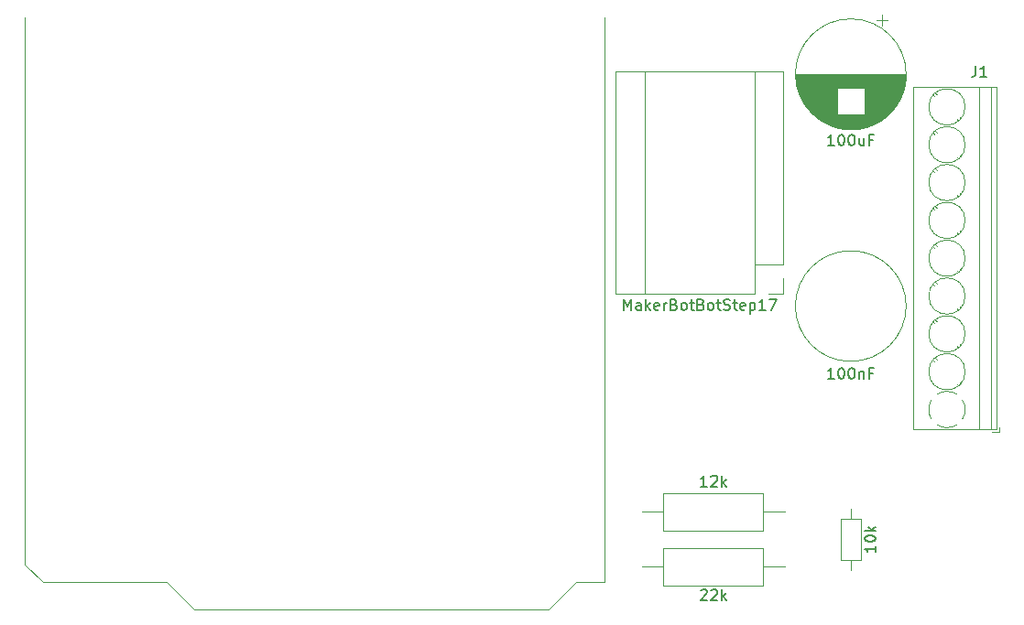
<source format=gto>
G04 #@! TF.GenerationSoftware,KiCad,Pcbnew,(7.0.0)*
G04 #@! TF.CreationDate,2023-03-04T18:09:34-06:00*
G04 #@! TF.ProjectId,417 Schematic,34313720-5363-4686-956d-617469632e6b,rev?*
G04 #@! TF.SameCoordinates,Original*
G04 #@! TF.FileFunction,Legend,Top*
G04 #@! TF.FilePolarity,Positive*
%FSLAX46Y46*%
G04 Gerber Fmt 4.6, Leading zero omitted, Abs format (unit mm)*
G04 Created by KiCad (PCBNEW (7.0.0)) date 2023-03-04 18:09:34*
%MOMM*%
%LPD*%
G01*
G04 APERTURE LIST*
%ADD10C,0.150000*%
%ADD11C,0.120000*%
%ADD12R,1.600000X1.600000*%
%ADD13O,1.600000X1.600000*%
%ADD14C,3.200000*%
%ADD15C,1.600000*%
%ADD16O,1.400000X1.400000*%
%ADD17C,1.400000*%
%ADD18C,2.400000*%
%ADD19R,2.400000X2.400000*%
%ADD20C,2.000000*%
%ADD21R,2.000000X2.000000*%
G04 APERTURE END LIST*
D10*
X157583333Y-99972619D02*
X157630952Y-99925000D01*
X157630952Y-99925000D02*
X157726190Y-99877380D01*
X157726190Y-99877380D02*
X157964285Y-99877380D01*
X157964285Y-99877380D02*
X158059523Y-99925000D01*
X158059523Y-99925000D02*
X158107142Y-99972619D01*
X158107142Y-99972619D02*
X158154761Y-100067857D01*
X158154761Y-100067857D02*
X158154761Y-100163095D01*
X158154761Y-100163095D02*
X158107142Y-100305952D01*
X158107142Y-100305952D02*
X157535714Y-100877380D01*
X157535714Y-100877380D02*
X158154761Y-100877380D01*
X158535714Y-99972619D02*
X158583333Y-99925000D01*
X158583333Y-99925000D02*
X158678571Y-99877380D01*
X158678571Y-99877380D02*
X158916666Y-99877380D01*
X158916666Y-99877380D02*
X159011904Y-99925000D01*
X159011904Y-99925000D02*
X159059523Y-99972619D01*
X159059523Y-99972619D02*
X159107142Y-100067857D01*
X159107142Y-100067857D02*
X159107142Y-100163095D01*
X159107142Y-100163095D02*
X159059523Y-100305952D01*
X159059523Y-100305952D02*
X158488095Y-100877380D01*
X158488095Y-100877380D02*
X159107142Y-100877380D01*
X159535714Y-100877380D02*
X159535714Y-99877380D01*
X159630952Y-100496428D02*
X159916666Y-100877380D01*
X159916666Y-100210714D02*
X159535714Y-100591666D01*
X158154761Y-90357380D02*
X157583333Y-90357380D01*
X157869047Y-90357380D02*
X157869047Y-89357380D01*
X157869047Y-89357380D02*
X157773809Y-89500238D01*
X157773809Y-89500238D02*
X157678571Y-89595476D01*
X157678571Y-89595476D02*
X157583333Y-89643095D01*
X158535714Y-89452619D02*
X158583333Y-89405000D01*
X158583333Y-89405000D02*
X158678571Y-89357380D01*
X158678571Y-89357380D02*
X158916666Y-89357380D01*
X158916666Y-89357380D02*
X159011904Y-89405000D01*
X159011904Y-89405000D02*
X159059523Y-89452619D01*
X159059523Y-89452619D02*
X159107142Y-89547857D01*
X159107142Y-89547857D02*
X159107142Y-89643095D01*
X159107142Y-89643095D02*
X159059523Y-89785952D01*
X159059523Y-89785952D02*
X158488095Y-90357380D01*
X158488095Y-90357380D02*
X159107142Y-90357380D01*
X159535714Y-90357380D02*
X159535714Y-89357380D01*
X159630952Y-89976428D02*
X159916666Y-90357380D01*
X159916666Y-89690714D02*
X159535714Y-90071666D01*
X173737380Y-95845238D02*
X173737380Y-96416666D01*
X173737380Y-96130952D02*
X172737380Y-96130952D01*
X172737380Y-96130952D02*
X172880238Y-96226190D01*
X172880238Y-96226190D02*
X172975476Y-96321428D01*
X172975476Y-96321428D02*
X173023095Y-96416666D01*
X172737380Y-95226190D02*
X172737380Y-95130952D01*
X172737380Y-95130952D02*
X172785000Y-95035714D01*
X172785000Y-95035714D02*
X172832619Y-94988095D01*
X172832619Y-94988095D02*
X172927857Y-94940476D01*
X172927857Y-94940476D02*
X173118333Y-94892857D01*
X173118333Y-94892857D02*
X173356428Y-94892857D01*
X173356428Y-94892857D02*
X173546904Y-94940476D01*
X173546904Y-94940476D02*
X173642142Y-94988095D01*
X173642142Y-94988095D02*
X173689761Y-95035714D01*
X173689761Y-95035714D02*
X173737380Y-95130952D01*
X173737380Y-95130952D02*
X173737380Y-95226190D01*
X173737380Y-95226190D02*
X173689761Y-95321428D01*
X173689761Y-95321428D02*
X173642142Y-95369047D01*
X173642142Y-95369047D02*
X173546904Y-95416666D01*
X173546904Y-95416666D02*
X173356428Y-95464285D01*
X173356428Y-95464285D02*
X173118333Y-95464285D01*
X173118333Y-95464285D02*
X172927857Y-95416666D01*
X172927857Y-95416666D02*
X172832619Y-95369047D01*
X172832619Y-95369047D02*
X172785000Y-95321428D01*
X172785000Y-95321428D02*
X172737380Y-95226190D01*
X173737380Y-94464285D02*
X172737380Y-94464285D01*
X173356428Y-94369047D02*
X173737380Y-94083333D01*
X173070714Y-94083333D02*
X173451666Y-94464285D01*
X150469999Y-74027380D02*
X150469999Y-73027380D01*
X150469999Y-73027380D02*
X150803332Y-73741666D01*
X150803332Y-73741666D02*
X151136665Y-73027380D01*
X151136665Y-73027380D02*
X151136665Y-74027380D01*
X152041427Y-74027380D02*
X152041427Y-73503571D01*
X152041427Y-73503571D02*
X151993808Y-73408333D01*
X151993808Y-73408333D02*
X151898570Y-73360714D01*
X151898570Y-73360714D02*
X151708094Y-73360714D01*
X151708094Y-73360714D02*
X151612856Y-73408333D01*
X152041427Y-73979761D02*
X151946189Y-74027380D01*
X151946189Y-74027380D02*
X151708094Y-74027380D01*
X151708094Y-74027380D02*
X151612856Y-73979761D01*
X151612856Y-73979761D02*
X151565237Y-73884523D01*
X151565237Y-73884523D02*
X151565237Y-73789285D01*
X151565237Y-73789285D02*
X151612856Y-73694047D01*
X151612856Y-73694047D02*
X151708094Y-73646428D01*
X151708094Y-73646428D02*
X151946189Y-73646428D01*
X151946189Y-73646428D02*
X152041427Y-73598809D01*
X152517618Y-74027380D02*
X152517618Y-73027380D01*
X152612856Y-73646428D02*
X152898570Y-74027380D01*
X152898570Y-73360714D02*
X152517618Y-73741666D01*
X153708094Y-73979761D02*
X153612856Y-74027380D01*
X153612856Y-74027380D02*
X153422380Y-74027380D01*
X153422380Y-74027380D02*
X153327142Y-73979761D01*
X153327142Y-73979761D02*
X153279523Y-73884523D01*
X153279523Y-73884523D02*
X153279523Y-73503571D01*
X153279523Y-73503571D02*
X153327142Y-73408333D01*
X153327142Y-73408333D02*
X153422380Y-73360714D01*
X153422380Y-73360714D02*
X153612856Y-73360714D01*
X153612856Y-73360714D02*
X153708094Y-73408333D01*
X153708094Y-73408333D02*
X153755713Y-73503571D01*
X153755713Y-73503571D02*
X153755713Y-73598809D01*
X153755713Y-73598809D02*
X153279523Y-73694047D01*
X154184285Y-74027380D02*
X154184285Y-73360714D01*
X154184285Y-73551190D02*
X154231904Y-73455952D01*
X154231904Y-73455952D02*
X154279523Y-73408333D01*
X154279523Y-73408333D02*
X154374761Y-73360714D01*
X154374761Y-73360714D02*
X154469999Y-73360714D01*
X155136666Y-73503571D02*
X155279523Y-73551190D01*
X155279523Y-73551190D02*
X155327142Y-73598809D01*
X155327142Y-73598809D02*
X155374761Y-73694047D01*
X155374761Y-73694047D02*
X155374761Y-73836904D01*
X155374761Y-73836904D02*
X155327142Y-73932142D01*
X155327142Y-73932142D02*
X155279523Y-73979761D01*
X155279523Y-73979761D02*
X155184285Y-74027380D01*
X155184285Y-74027380D02*
X154803333Y-74027380D01*
X154803333Y-74027380D02*
X154803333Y-73027380D01*
X154803333Y-73027380D02*
X155136666Y-73027380D01*
X155136666Y-73027380D02*
X155231904Y-73075000D01*
X155231904Y-73075000D02*
X155279523Y-73122619D01*
X155279523Y-73122619D02*
X155327142Y-73217857D01*
X155327142Y-73217857D02*
X155327142Y-73313095D01*
X155327142Y-73313095D02*
X155279523Y-73408333D01*
X155279523Y-73408333D02*
X155231904Y-73455952D01*
X155231904Y-73455952D02*
X155136666Y-73503571D01*
X155136666Y-73503571D02*
X154803333Y-73503571D01*
X155946190Y-74027380D02*
X155850952Y-73979761D01*
X155850952Y-73979761D02*
X155803333Y-73932142D01*
X155803333Y-73932142D02*
X155755714Y-73836904D01*
X155755714Y-73836904D02*
X155755714Y-73551190D01*
X155755714Y-73551190D02*
X155803333Y-73455952D01*
X155803333Y-73455952D02*
X155850952Y-73408333D01*
X155850952Y-73408333D02*
X155946190Y-73360714D01*
X155946190Y-73360714D02*
X156089047Y-73360714D01*
X156089047Y-73360714D02*
X156184285Y-73408333D01*
X156184285Y-73408333D02*
X156231904Y-73455952D01*
X156231904Y-73455952D02*
X156279523Y-73551190D01*
X156279523Y-73551190D02*
X156279523Y-73836904D01*
X156279523Y-73836904D02*
X156231904Y-73932142D01*
X156231904Y-73932142D02*
X156184285Y-73979761D01*
X156184285Y-73979761D02*
X156089047Y-74027380D01*
X156089047Y-74027380D02*
X155946190Y-74027380D01*
X156565238Y-73360714D02*
X156946190Y-73360714D01*
X156708095Y-73027380D02*
X156708095Y-73884523D01*
X156708095Y-73884523D02*
X156755714Y-73979761D01*
X156755714Y-73979761D02*
X156850952Y-74027380D01*
X156850952Y-74027380D02*
X156946190Y-74027380D01*
X157612857Y-73503571D02*
X157755714Y-73551190D01*
X157755714Y-73551190D02*
X157803333Y-73598809D01*
X157803333Y-73598809D02*
X157850952Y-73694047D01*
X157850952Y-73694047D02*
X157850952Y-73836904D01*
X157850952Y-73836904D02*
X157803333Y-73932142D01*
X157803333Y-73932142D02*
X157755714Y-73979761D01*
X157755714Y-73979761D02*
X157660476Y-74027380D01*
X157660476Y-74027380D02*
X157279524Y-74027380D01*
X157279524Y-74027380D02*
X157279524Y-73027380D01*
X157279524Y-73027380D02*
X157612857Y-73027380D01*
X157612857Y-73027380D02*
X157708095Y-73075000D01*
X157708095Y-73075000D02*
X157755714Y-73122619D01*
X157755714Y-73122619D02*
X157803333Y-73217857D01*
X157803333Y-73217857D02*
X157803333Y-73313095D01*
X157803333Y-73313095D02*
X157755714Y-73408333D01*
X157755714Y-73408333D02*
X157708095Y-73455952D01*
X157708095Y-73455952D02*
X157612857Y-73503571D01*
X157612857Y-73503571D02*
X157279524Y-73503571D01*
X158422381Y-74027380D02*
X158327143Y-73979761D01*
X158327143Y-73979761D02*
X158279524Y-73932142D01*
X158279524Y-73932142D02*
X158231905Y-73836904D01*
X158231905Y-73836904D02*
X158231905Y-73551190D01*
X158231905Y-73551190D02*
X158279524Y-73455952D01*
X158279524Y-73455952D02*
X158327143Y-73408333D01*
X158327143Y-73408333D02*
X158422381Y-73360714D01*
X158422381Y-73360714D02*
X158565238Y-73360714D01*
X158565238Y-73360714D02*
X158660476Y-73408333D01*
X158660476Y-73408333D02*
X158708095Y-73455952D01*
X158708095Y-73455952D02*
X158755714Y-73551190D01*
X158755714Y-73551190D02*
X158755714Y-73836904D01*
X158755714Y-73836904D02*
X158708095Y-73932142D01*
X158708095Y-73932142D02*
X158660476Y-73979761D01*
X158660476Y-73979761D02*
X158565238Y-74027380D01*
X158565238Y-74027380D02*
X158422381Y-74027380D01*
X159041429Y-73360714D02*
X159422381Y-73360714D01*
X159184286Y-73027380D02*
X159184286Y-73884523D01*
X159184286Y-73884523D02*
X159231905Y-73979761D01*
X159231905Y-73979761D02*
X159327143Y-74027380D01*
X159327143Y-74027380D02*
X159422381Y-74027380D01*
X159708096Y-73979761D02*
X159850953Y-74027380D01*
X159850953Y-74027380D02*
X160089048Y-74027380D01*
X160089048Y-74027380D02*
X160184286Y-73979761D01*
X160184286Y-73979761D02*
X160231905Y-73932142D01*
X160231905Y-73932142D02*
X160279524Y-73836904D01*
X160279524Y-73836904D02*
X160279524Y-73741666D01*
X160279524Y-73741666D02*
X160231905Y-73646428D01*
X160231905Y-73646428D02*
X160184286Y-73598809D01*
X160184286Y-73598809D02*
X160089048Y-73551190D01*
X160089048Y-73551190D02*
X159898572Y-73503571D01*
X159898572Y-73503571D02*
X159803334Y-73455952D01*
X159803334Y-73455952D02*
X159755715Y-73408333D01*
X159755715Y-73408333D02*
X159708096Y-73313095D01*
X159708096Y-73313095D02*
X159708096Y-73217857D01*
X159708096Y-73217857D02*
X159755715Y-73122619D01*
X159755715Y-73122619D02*
X159803334Y-73075000D01*
X159803334Y-73075000D02*
X159898572Y-73027380D01*
X159898572Y-73027380D02*
X160136667Y-73027380D01*
X160136667Y-73027380D02*
X160279524Y-73075000D01*
X160565239Y-73360714D02*
X160946191Y-73360714D01*
X160708096Y-73027380D02*
X160708096Y-73884523D01*
X160708096Y-73884523D02*
X160755715Y-73979761D01*
X160755715Y-73979761D02*
X160850953Y-74027380D01*
X160850953Y-74027380D02*
X160946191Y-74027380D01*
X161660477Y-73979761D02*
X161565239Y-74027380D01*
X161565239Y-74027380D02*
X161374763Y-74027380D01*
X161374763Y-74027380D02*
X161279525Y-73979761D01*
X161279525Y-73979761D02*
X161231906Y-73884523D01*
X161231906Y-73884523D02*
X161231906Y-73503571D01*
X161231906Y-73503571D02*
X161279525Y-73408333D01*
X161279525Y-73408333D02*
X161374763Y-73360714D01*
X161374763Y-73360714D02*
X161565239Y-73360714D01*
X161565239Y-73360714D02*
X161660477Y-73408333D01*
X161660477Y-73408333D02*
X161708096Y-73503571D01*
X161708096Y-73503571D02*
X161708096Y-73598809D01*
X161708096Y-73598809D02*
X161231906Y-73694047D01*
X162136668Y-73360714D02*
X162136668Y-74360714D01*
X162136668Y-73408333D02*
X162231906Y-73360714D01*
X162231906Y-73360714D02*
X162422382Y-73360714D01*
X162422382Y-73360714D02*
X162517620Y-73408333D01*
X162517620Y-73408333D02*
X162565239Y-73455952D01*
X162565239Y-73455952D02*
X162612858Y-73551190D01*
X162612858Y-73551190D02*
X162612858Y-73836904D01*
X162612858Y-73836904D02*
X162565239Y-73932142D01*
X162565239Y-73932142D02*
X162517620Y-73979761D01*
X162517620Y-73979761D02*
X162422382Y-74027380D01*
X162422382Y-74027380D02*
X162231906Y-74027380D01*
X162231906Y-74027380D02*
X162136668Y-73979761D01*
X163565239Y-74027380D02*
X162993811Y-74027380D01*
X163279525Y-74027380D02*
X163279525Y-73027380D01*
X163279525Y-73027380D02*
X163184287Y-73170238D01*
X163184287Y-73170238D02*
X163089049Y-73265476D01*
X163089049Y-73265476D02*
X162993811Y-73313095D01*
X163898573Y-73027380D02*
X164565239Y-73027380D01*
X164565239Y-73027380D02*
X164136668Y-74027380D01*
X183006666Y-51437380D02*
X183006666Y-52151666D01*
X183006666Y-52151666D02*
X182959047Y-52294523D01*
X182959047Y-52294523D02*
X182863809Y-52389761D01*
X182863809Y-52389761D02*
X182720952Y-52437380D01*
X182720952Y-52437380D02*
X182625714Y-52437380D01*
X184006666Y-52437380D02*
X183435238Y-52437380D01*
X183720952Y-52437380D02*
X183720952Y-51437380D01*
X183720952Y-51437380D02*
X183625714Y-51580238D01*
X183625714Y-51580238D02*
X183530476Y-51675476D01*
X183530476Y-51675476D02*
X183435238Y-51723095D01*
X169902380Y-58787357D02*
X169330952Y-58787357D01*
X169616666Y-58787357D02*
X169616666Y-57787357D01*
X169616666Y-57787357D02*
X169521428Y-57930215D01*
X169521428Y-57930215D02*
X169426190Y-58025453D01*
X169426190Y-58025453D02*
X169330952Y-58073072D01*
X170521428Y-57787357D02*
X170616666Y-57787357D01*
X170616666Y-57787357D02*
X170711904Y-57834977D01*
X170711904Y-57834977D02*
X170759523Y-57882596D01*
X170759523Y-57882596D02*
X170807142Y-57977834D01*
X170807142Y-57977834D02*
X170854761Y-58168310D01*
X170854761Y-58168310D02*
X170854761Y-58406405D01*
X170854761Y-58406405D02*
X170807142Y-58596881D01*
X170807142Y-58596881D02*
X170759523Y-58692119D01*
X170759523Y-58692119D02*
X170711904Y-58739738D01*
X170711904Y-58739738D02*
X170616666Y-58787357D01*
X170616666Y-58787357D02*
X170521428Y-58787357D01*
X170521428Y-58787357D02*
X170426190Y-58739738D01*
X170426190Y-58739738D02*
X170378571Y-58692119D01*
X170378571Y-58692119D02*
X170330952Y-58596881D01*
X170330952Y-58596881D02*
X170283333Y-58406405D01*
X170283333Y-58406405D02*
X170283333Y-58168310D01*
X170283333Y-58168310D02*
X170330952Y-57977834D01*
X170330952Y-57977834D02*
X170378571Y-57882596D01*
X170378571Y-57882596D02*
X170426190Y-57834977D01*
X170426190Y-57834977D02*
X170521428Y-57787357D01*
X171473809Y-57787357D02*
X171569047Y-57787357D01*
X171569047Y-57787357D02*
X171664285Y-57834977D01*
X171664285Y-57834977D02*
X171711904Y-57882596D01*
X171711904Y-57882596D02*
X171759523Y-57977834D01*
X171759523Y-57977834D02*
X171807142Y-58168310D01*
X171807142Y-58168310D02*
X171807142Y-58406405D01*
X171807142Y-58406405D02*
X171759523Y-58596881D01*
X171759523Y-58596881D02*
X171711904Y-58692119D01*
X171711904Y-58692119D02*
X171664285Y-58739738D01*
X171664285Y-58739738D02*
X171569047Y-58787357D01*
X171569047Y-58787357D02*
X171473809Y-58787357D01*
X171473809Y-58787357D02*
X171378571Y-58739738D01*
X171378571Y-58739738D02*
X171330952Y-58692119D01*
X171330952Y-58692119D02*
X171283333Y-58596881D01*
X171283333Y-58596881D02*
X171235714Y-58406405D01*
X171235714Y-58406405D02*
X171235714Y-58168310D01*
X171235714Y-58168310D02*
X171283333Y-57977834D01*
X171283333Y-57977834D02*
X171330952Y-57882596D01*
X171330952Y-57882596D02*
X171378571Y-57834977D01*
X171378571Y-57834977D02*
X171473809Y-57787357D01*
X172664285Y-58120691D02*
X172664285Y-58787357D01*
X172235714Y-58120691D02*
X172235714Y-58644500D01*
X172235714Y-58644500D02*
X172283333Y-58739738D01*
X172283333Y-58739738D02*
X172378571Y-58787357D01*
X172378571Y-58787357D02*
X172521428Y-58787357D01*
X172521428Y-58787357D02*
X172616666Y-58739738D01*
X172616666Y-58739738D02*
X172664285Y-58692119D01*
X173473809Y-58263548D02*
X173140476Y-58263548D01*
X173140476Y-58787357D02*
X173140476Y-57787357D01*
X173140476Y-57787357D02*
X173616666Y-57787357D01*
X169902380Y-80377380D02*
X169330952Y-80377380D01*
X169616666Y-80377380D02*
X169616666Y-79377380D01*
X169616666Y-79377380D02*
X169521428Y-79520238D01*
X169521428Y-79520238D02*
X169426190Y-79615476D01*
X169426190Y-79615476D02*
X169330952Y-79663095D01*
X170521428Y-79377380D02*
X170616666Y-79377380D01*
X170616666Y-79377380D02*
X170711904Y-79425000D01*
X170711904Y-79425000D02*
X170759523Y-79472619D01*
X170759523Y-79472619D02*
X170807142Y-79567857D01*
X170807142Y-79567857D02*
X170854761Y-79758333D01*
X170854761Y-79758333D02*
X170854761Y-79996428D01*
X170854761Y-79996428D02*
X170807142Y-80186904D01*
X170807142Y-80186904D02*
X170759523Y-80282142D01*
X170759523Y-80282142D02*
X170711904Y-80329761D01*
X170711904Y-80329761D02*
X170616666Y-80377380D01*
X170616666Y-80377380D02*
X170521428Y-80377380D01*
X170521428Y-80377380D02*
X170426190Y-80329761D01*
X170426190Y-80329761D02*
X170378571Y-80282142D01*
X170378571Y-80282142D02*
X170330952Y-80186904D01*
X170330952Y-80186904D02*
X170283333Y-79996428D01*
X170283333Y-79996428D02*
X170283333Y-79758333D01*
X170283333Y-79758333D02*
X170330952Y-79567857D01*
X170330952Y-79567857D02*
X170378571Y-79472619D01*
X170378571Y-79472619D02*
X170426190Y-79425000D01*
X170426190Y-79425000D02*
X170521428Y-79377380D01*
X171473809Y-79377380D02*
X171569047Y-79377380D01*
X171569047Y-79377380D02*
X171664285Y-79425000D01*
X171664285Y-79425000D02*
X171711904Y-79472619D01*
X171711904Y-79472619D02*
X171759523Y-79567857D01*
X171759523Y-79567857D02*
X171807142Y-79758333D01*
X171807142Y-79758333D02*
X171807142Y-79996428D01*
X171807142Y-79996428D02*
X171759523Y-80186904D01*
X171759523Y-80186904D02*
X171711904Y-80282142D01*
X171711904Y-80282142D02*
X171664285Y-80329761D01*
X171664285Y-80329761D02*
X171569047Y-80377380D01*
X171569047Y-80377380D02*
X171473809Y-80377380D01*
X171473809Y-80377380D02*
X171378571Y-80329761D01*
X171378571Y-80329761D02*
X171330952Y-80282142D01*
X171330952Y-80282142D02*
X171283333Y-80186904D01*
X171283333Y-80186904D02*
X171235714Y-79996428D01*
X171235714Y-79996428D02*
X171235714Y-79758333D01*
X171235714Y-79758333D02*
X171283333Y-79567857D01*
X171283333Y-79567857D02*
X171330952Y-79472619D01*
X171330952Y-79472619D02*
X171378571Y-79425000D01*
X171378571Y-79425000D02*
X171473809Y-79377380D01*
X172235714Y-79710714D02*
X172235714Y-80377380D01*
X172235714Y-79805952D02*
X172283333Y-79758333D01*
X172283333Y-79758333D02*
X172378571Y-79710714D01*
X172378571Y-79710714D02*
X172521428Y-79710714D01*
X172521428Y-79710714D02*
X172616666Y-79758333D01*
X172616666Y-79758333D02*
X172664285Y-79853571D01*
X172664285Y-79853571D02*
X172664285Y-80377380D01*
X173473809Y-79853571D02*
X173140476Y-79853571D01*
X173140476Y-80377380D02*
X173140476Y-79377380D01*
X173140476Y-79377380D02*
X173616666Y-79377380D01*
D11*
X110740000Y-101730000D02*
X143510000Y-101730000D01*
X148720000Y-99190000D02*
X148720000Y-46990000D01*
X96770000Y-99190000D02*
X108200000Y-99190000D01*
X95120000Y-46990000D02*
X95120000Y-97540000D01*
X143510000Y-101730000D02*
X146050000Y-99190000D01*
X95120000Y-97540000D02*
X96770000Y-99190000D01*
X146050000Y-99190000D02*
X148720000Y-99190000D01*
X108200000Y-99190000D02*
X110740000Y-101730000D01*
X163370000Y-96070000D02*
X154130000Y-96070000D01*
X163370000Y-99510000D02*
X163370000Y-96070000D01*
X154130000Y-99510000D02*
X163370000Y-99510000D01*
X165330000Y-97790000D02*
X163370000Y-97790000D01*
X154130000Y-96070000D02*
X154130000Y-99510000D01*
X152170000Y-97790000D02*
X154130000Y-97790000D01*
X154130000Y-94430000D02*
X163370000Y-94430000D01*
X154130000Y-90990000D02*
X154130000Y-94430000D01*
X163370000Y-90990000D02*
X154130000Y-90990000D01*
X152170000Y-92710000D02*
X154130000Y-92710000D01*
X163370000Y-94430000D02*
X163370000Y-90990000D01*
X165330000Y-92710000D02*
X163370000Y-92710000D01*
X171450000Y-92380000D02*
X171450000Y-93330000D01*
X172370000Y-93330000D02*
X170530000Y-93330000D01*
X171450000Y-98120000D02*
X171450000Y-97170000D01*
X170530000Y-93330000D02*
X170530000Y-97170000D01*
X172370000Y-97170000D02*
X172370000Y-93330000D01*
X170530000Y-97170000D02*
X172370000Y-97170000D01*
X149720000Y-51940000D02*
X149720000Y-72520000D01*
X165220000Y-51940000D02*
X149720000Y-51940000D01*
X152390000Y-72520000D02*
X152390000Y-51940000D01*
X149720000Y-72520000D02*
X162550000Y-72520000D01*
X162550000Y-69850000D02*
X165220000Y-69850000D01*
X162550000Y-72520000D02*
X162550000Y-69850000D01*
X162550000Y-69850000D02*
X162550000Y-51940000D01*
X163820000Y-72520000D02*
X165220000Y-72520000D01*
X165220000Y-72520000D02*
X165220000Y-71120000D01*
X165220000Y-69850000D02*
X165220000Y-51940000D01*
X182020000Y-55230000D02*
G75*
G03*
X182020000Y-55230000I-1680000J0D01*
G01*
X182020000Y-65730000D02*
G75*
G03*
X182020000Y-65730000I-1680000J0D01*
G01*
X182020000Y-79730000D02*
G75*
G03*
X182020000Y-79730000I-1680000J0D01*
G01*
X182020000Y-58730000D02*
G75*
G03*
X182020000Y-58730000I-1680000J0D01*
G01*
X182020000Y-72730000D02*
G75*
G03*
X182020000Y-72730000I-1680000J0D01*
G01*
X182020000Y-76230000D02*
G75*
G03*
X182020000Y-76230000I-1680000J0D01*
G01*
X182020000Y-69230000D02*
G75*
G03*
X182020000Y-69230000I-1680000J0D01*
G01*
X182020000Y-62230000D02*
G75*
G03*
X182020000Y-62230000I-1680000J0D01*
G01*
X179474000Y-84670000D02*
G75*
G03*
X181229894Y-84655358I866000J1439998D01*
G01*
X178900000Y-82364000D02*
G75*
G03*
X178914642Y-84119894I1439998J-866000D01*
G01*
X181230999Y-81805001D02*
G75*
G03*
X179449808Y-81804497I-890999J-1425002D01*
G01*
X181780000Y-84096000D02*
G75*
G03*
X182020098Y-83201326I-1440014J866003D01*
G01*
X182019999Y-83230000D02*
G75*
G03*
X181764720Y-82339736I-1679989J3D01*
G01*
X179065000Y-61160000D02*
X179159000Y-61254000D01*
X181281000Y-73875000D02*
X181409000Y-74004000D01*
X184900000Y-85040000D02*
X184900000Y-53420000D01*
X181281000Y-66875000D02*
X181409000Y-67004000D01*
X181521000Y-56205000D02*
X181614000Y-56299000D01*
X179065000Y-57660000D02*
X179159000Y-57754000D01*
X181521000Y-73705000D02*
X181614000Y-73799000D01*
X181281000Y-70375000D02*
X181409000Y-70504000D01*
X181281000Y-63375000D02*
X181409000Y-63504000D01*
X179065000Y-64660000D02*
X179159000Y-64754000D01*
X181521000Y-63205000D02*
X181614000Y-63299000D01*
X181521000Y-66705000D02*
X181614000Y-66799000D01*
X179271000Y-53955000D02*
X179399000Y-54084000D01*
X179065000Y-71660000D02*
X179159000Y-71754000D01*
X184440000Y-85040000D02*
X184440000Y-53420000D01*
X179271000Y-74955000D02*
X179399000Y-75084000D01*
X181521000Y-70205000D02*
X181614000Y-70299000D01*
X179271000Y-60955000D02*
X179399000Y-61084000D01*
X181521000Y-77205000D02*
X181614000Y-77299000D01*
X177180000Y-85040000D02*
X184900000Y-85040000D01*
X185140000Y-85280000D02*
X185140000Y-84880000D01*
X183340000Y-85040000D02*
X183340000Y-53420000D01*
X179065000Y-75160000D02*
X179159000Y-75254000D01*
X181281000Y-80875000D02*
X181409000Y-81004000D01*
X184500000Y-85280000D02*
X185140000Y-85280000D01*
X179065000Y-78660000D02*
X179159000Y-78754000D01*
X179271000Y-71455000D02*
X179399000Y-71584000D01*
X179271000Y-78455000D02*
X179399000Y-78584000D01*
X177180000Y-85040000D02*
X177180000Y-53420000D01*
X181281000Y-56375000D02*
X181409000Y-56504000D01*
X181281000Y-77375000D02*
X181409000Y-77504000D01*
X179065000Y-54160000D02*
X179159000Y-54254000D01*
X181521000Y-80705000D02*
X181614000Y-80799000D01*
X179271000Y-67955000D02*
X179399000Y-68084000D01*
X177180000Y-53420000D02*
X184900000Y-53420000D01*
X181281000Y-59875000D02*
X181409000Y-60004000D01*
X181521000Y-59705000D02*
X181614000Y-59799000D01*
X179271000Y-57455000D02*
X179399000Y-57584000D01*
X179271000Y-64455000D02*
X179399000Y-64584000D01*
X179065000Y-68160000D02*
X179159000Y-68254000D01*
X176570000Y-52202300D02*
G75*
G03*
X176570000Y-52202300I-5120000J0D01*
G01*
X176495000Y-52802300D02*
X166405000Y-52802300D01*
X176530000Y-52202300D02*
X166370000Y-52202300D01*
X170209000Y-54803300D02*
X167079000Y-54803300D01*
X170209000Y-55123300D02*
X167284000Y-55123300D01*
X170209000Y-54923300D02*
X167152000Y-54923300D01*
X175912000Y-54643300D02*
X172691000Y-54643300D01*
X170209000Y-54843300D02*
X167103000Y-54843300D01*
X170209000Y-54243300D02*
X166793000Y-54243300D01*
X174280000Y-56443300D02*
X168620000Y-56443300D01*
X175530000Y-55243300D02*
X172691000Y-55243300D01*
X176140000Y-54163300D02*
X172691000Y-54163300D01*
X176335000Y-53603300D02*
X172691000Y-53603300D01*
X172312000Y-57243300D02*
X170588000Y-57243300D01*
X176347000Y-53563300D02*
X172691000Y-53563300D01*
X175051000Y-55803300D02*
X172691000Y-55803300D01*
X176247000Y-53883300D02*
X172691000Y-53883300D01*
X173394000Y-56923300D02*
X169506000Y-56923300D01*
X176518000Y-52562300D02*
X166382000Y-52562300D01*
X176500000Y-52762300D02*
X166400000Y-52762300D01*
X174606000Y-56203300D02*
X168294000Y-56203300D01*
X170209000Y-54523300D02*
X166925000Y-54523300D01*
X176089000Y-54283300D02*
X172691000Y-54283300D01*
X170209000Y-55843300D02*
X167889000Y-55843300D01*
X170209000Y-55363300D02*
X167461000Y-55363300D01*
X175748000Y-54923300D02*
X172691000Y-54923300D01*
X175166000Y-55683300D02*
X172691000Y-55683300D01*
X176485000Y-52882300D02*
X166415000Y-52882300D01*
X170209000Y-53563300D02*
X166553000Y-53563300D01*
X175954000Y-54563300D02*
X172691000Y-54563300D01*
X176261000Y-53843300D02*
X172691000Y-53843300D01*
X170209000Y-55003300D02*
X167203000Y-55003300D01*
X170209000Y-55483300D02*
X167558000Y-55483300D01*
X173659000Y-56803300D02*
X169241000Y-56803300D01*
X176454000Y-53083300D02*
X166446000Y-53083300D01*
X176324000Y-53643300D02*
X172691000Y-53643300D01*
X176527000Y-52402300D02*
X166373000Y-52402300D01*
X170209000Y-55683300D02*
X167734000Y-55683300D01*
X176406000Y-53323300D02*
X166494000Y-53323300D01*
X176504000Y-52722300D02*
X166396000Y-52722300D01*
X170209000Y-54723300D02*
X167033000Y-54723300D01*
X176233000Y-53923300D02*
X172691000Y-53923300D01*
X170209000Y-53763300D02*
X166613000Y-53763300D01*
X176107000Y-54243300D02*
X172691000Y-54243300D01*
X170209000Y-55723300D02*
X167771000Y-55723300D01*
X175308000Y-55523300D02*
X172691000Y-55523300D01*
X170209000Y-54683300D02*
X167010000Y-54683300D01*
X176188000Y-54043300D02*
X172691000Y-54043300D01*
X170209000Y-53603300D02*
X166565000Y-53603300D01*
X174797000Y-56043300D02*
X168103000Y-56043300D01*
X176274000Y-53803300D02*
X172691000Y-53803300D01*
X175375000Y-55443300D02*
X172691000Y-55443300D01*
X176424000Y-53243300D02*
X166476000Y-53243300D01*
X170209000Y-55283300D02*
X167400000Y-55283300D01*
X175995000Y-54483300D02*
X172691000Y-54483300D01*
X170209000Y-55563300D02*
X167626000Y-55563300D01*
X170209000Y-54963300D02*
X167177000Y-54963300D01*
X174704000Y-56123300D02*
X168196000Y-56123300D01*
X174751000Y-56083300D02*
X168149000Y-56083300D01*
X175274000Y-55563300D02*
X172691000Y-55563300D01*
X176523000Y-52482300D02*
X166377000Y-52482300D01*
X170209000Y-54763300D02*
X167055000Y-54763300D01*
X173960000Y-56643300D02*
X168940000Y-56643300D01*
X175797000Y-54843300D02*
X172691000Y-54843300D01*
X170209000Y-53843300D02*
X166639000Y-53843300D01*
X176515000Y-52602300D02*
X166385000Y-52602300D01*
X174556000Y-56243300D02*
X168344000Y-56243300D01*
X170209000Y-55403300D02*
X167493000Y-55403300D01*
X170209000Y-54163300D02*
X166760000Y-54163300D01*
X170209000Y-54643300D02*
X166988000Y-54643300D01*
X176525000Y-52442300D02*
X166375000Y-52442300D01*
X176368000Y-53483300D02*
X172691000Y-53483300D01*
X174029000Y-56603300D02*
X168871000Y-56603300D01*
X170209000Y-55603300D02*
X167661000Y-55603300D01*
X174825000Y-47222654D02*
X173825000Y-47222654D01*
X176528000Y-52362300D02*
X166372000Y-52362300D01*
X176034000Y-54403300D02*
X172691000Y-54403300D01*
X176378000Y-53443300D02*
X166522000Y-53443300D01*
X170209000Y-54483300D02*
X166905000Y-54483300D01*
X170209000Y-55763300D02*
X167810000Y-55763300D01*
X175821000Y-54803300D02*
X172691000Y-54803300D01*
X175090000Y-55763300D02*
X172691000Y-55763300D01*
X175203000Y-55643300D02*
X172691000Y-55643300D01*
X170209000Y-54003300D02*
X166696000Y-54003300D01*
X170209000Y-54043300D02*
X166712000Y-54043300D01*
X170209000Y-54323300D02*
X166829000Y-54323300D01*
X174395000Y-56363300D02*
X168505000Y-56363300D01*
X173815000Y-56723300D02*
X169085000Y-56723300D01*
X175845000Y-54763300D02*
X172691000Y-54763300D01*
X175933000Y-54603300D02*
X172691000Y-54603300D01*
X174504000Y-56283300D02*
X168396000Y-56283300D01*
X175560000Y-55203300D02*
X172691000Y-55203300D01*
X170209000Y-55883300D02*
X167930000Y-55883300D01*
X176014000Y-54443300D02*
X172691000Y-54443300D01*
X170209000Y-54883300D02*
X167127000Y-54883300D01*
X175697000Y-55003300D02*
X172691000Y-55003300D01*
X176157000Y-54123300D02*
X172691000Y-54123300D01*
X175890000Y-54683300D02*
X172691000Y-54683300D01*
X172049000Y-57283300D02*
X170851000Y-57283300D01*
X170209000Y-53523300D02*
X166543000Y-53523300D01*
X176468000Y-53003300D02*
X166432000Y-53003300D01*
X170209000Y-55923300D02*
X167972000Y-55923300D01*
X170209000Y-53643300D02*
X166576000Y-53643300D01*
X170209000Y-54443300D02*
X166886000Y-54443300D01*
X170209000Y-55243300D02*
X167370000Y-55243300D01*
X175500000Y-55283300D02*
X172691000Y-55283300D01*
X170209000Y-55203300D02*
X167340000Y-55203300D01*
X176474000Y-52963300D02*
X166426000Y-52963300D01*
X172512000Y-57203300D02*
X170388000Y-57203300D01*
X176529000Y-52322300D02*
X166371000Y-52322300D01*
X175342000Y-55483300D02*
X172691000Y-55483300D01*
X175011000Y-55843300D02*
X172691000Y-55843300D01*
X175867000Y-54723300D02*
X172691000Y-54723300D01*
X174339000Y-56403300D02*
X168561000Y-56403300D01*
X170209000Y-55083300D02*
X167256000Y-55083300D01*
X176461000Y-53043300D02*
X166439000Y-53043300D01*
X170209000Y-55043300D02*
X167229000Y-55043300D01*
X176432000Y-53203300D02*
X166468000Y-53203300D01*
X170209000Y-53923300D02*
X166667000Y-53923300D01*
X174886000Y-55963300D02*
X168014000Y-55963300D01*
X170209000Y-54083300D02*
X166727000Y-54083300D01*
X176530000Y-52282300D02*
X166370000Y-52282300D01*
X175588000Y-55163300D02*
X172691000Y-55163300D01*
X170209000Y-54123300D02*
X166743000Y-54123300D01*
X176388000Y-53403300D02*
X166512000Y-53403300D01*
X175773000Y-54883300D02*
X172691000Y-54883300D01*
X174095000Y-56563300D02*
X168805000Y-56563300D01*
X175407000Y-55403300D02*
X172691000Y-55403300D01*
X176287000Y-53763300D02*
X172691000Y-53763300D01*
X174450000Y-56323300D02*
X168450000Y-56323300D01*
X176508000Y-52682300D02*
X166392000Y-52682300D01*
X173080000Y-57043300D02*
X169820000Y-57043300D01*
X175723000Y-54963300D02*
X172691000Y-54963300D01*
X174159000Y-56523300D02*
X168741000Y-56523300D01*
X176490000Y-52842300D02*
X166410000Y-52842300D01*
X175129000Y-55723300D02*
X172691000Y-55723300D01*
X170209000Y-54403300D02*
X166866000Y-54403300D01*
X170209000Y-54603300D02*
X166967000Y-54603300D01*
X170209000Y-53963300D02*
X166682000Y-53963300D01*
X176204000Y-54003300D02*
X172691000Y-54003300D01*
X175470000Y-55323300D02*
X172691000Y-55323300D01*
X173575000Y-56843300D02*
X169325000Y-56843300D01*
X176440000Y-53163300D02*
X166460000Y-53163300D01*
X170209000Y-53483300D02*
X166532000Y-53483300D01*
X174220000Y-56483300D02*
X168680000Y-56483300D01*
X173192000Y-57003300D02*
X169708000Y-57003300D01*
X170209000Y-55643300D02*
X167697000Y-55643300D01*
X175239000Y-55603300D02*
X172691000Y-55603300D01*
X170209000Y-54363300D02*
X166847000Y-54363300D01*
X176397000Y-53363300D02*
X166503000Y-53363300D01*
X170209000Y-55523300D02*
X167592000Y-55523300D01*
X170209000Y-53883300D02*
X166653000Y-53883300D01*
X176480000Y-52923300D02*
X166420000Y-52923300D01*
X175975000Y-54523300D02*
X172691000Y-54523300D01*
X174970000Y-55883300D02*
X172691000Y-55883300D01*
X172828000Y-57123300D02*
X170072000Y-57123300D01*
X176415000Y-53283300D02*
X166485000Y-53283300D01*
X176447000Y-53123300D02*
X166453000Y-53123300D01*
X176173000Y-54083300D02*
X172691000Y-54083300D01*
X170209000Y-53723300D02*
X166600000Y-53723300D01*
X174842000Y-56003300D02*
X168058000Y-56003300D01*
X175644000Y-55083300D02*
X172691000Y-55083300D01*
X172680000Y-57163300D02*
X170220000Y-57163300D01*
X176124000Y-54203300D02*
X172691000Y-54203300D01*
X174325000Y-46722654D02*
X174325000Y-47722654D01*
X176071000Y-54323300D02*
X172691000Y-54323300D01*
X176530000Y-52242300D02*
X166370000Y-52242300D01*
X176053000Y-54363300D02*
X172691000Y-54363300D01*
X176300000Y-53723300D02*
X172691000Y-53723300D01*
X173889000Y-56683300D02*
X169011000Y-56683300D01*
X170209000Y-55163300D02*
X167312000Y-55163300D01*
X170209000Y-54283300D02*
X166811000Y-54283300D01*
X175671000Y-55043300D02*
X172691000Y-55043300D01*
X174656000Y-56163300D02*
X168244000Y-56163300D01*
X170209000Y-55323300D02*
X167430000Y-55323300D01*
X170209000Y-53803300D02*
X166626000Y-53803300D01*
X176520000Y-52522300D02*
X166380000Y-52522300D01*
X175616000Y-55123300D02*
X172691000Y-55123300D01*
X170209000Y-55803300D02*
X167849000Y-55803300D01*
X173296000Y-56963300D02*
X169604000Y-56963300D01*
X173487000Y-56883300D02*
X169413000Y-56883300D01*
X176357000Y-53523300D02*
X172691000Y-53523300D01*
X176312000Y-53683300D02*
X172691000Y-53683300D01*
X170209000Y-53683300D02*
X166588000Y-53683300D01*
X176512000Y-52642300D02*
X166388000Y-52642300D01*
X172960000Y-57083300D02*
X169940000Y-57083300D01*
X170209000Y-55443300D02*
X167525000Y-55443300D01*
X173739000Y-56763300D02*
X169161000Y-56763300D01*
X176218000Y-53963300D02*
X172691000Y-53963300D01*
X175439000Y-55363300D02*
X172691000Y-55363300D01*
X170209000Y-54203300D02*
X166776000Y-54203300D01*
X174928000Y-55923300D02*
X172691000Y-55923300D01*
X170209000Y-54563300D02*
X166946000Y-54563300D01*
X176570000Y-73660000D02*
G75*
G03*
X176570000Y-73660000I-5120000J0D01*
G01*
%LPC*%
D12*
X146049999Y-60959999D03*
D13*
X146049999Y-63499999D03*
X146049999Y-66039999D03*
X146049999Y-68579999D03*
X146049999Y-71119999D03*
X146049999Y-73659999D03*
X146049999Y-76199999D03*
X146049999Y-78739999D03*
X146049999Y-83819999D03*
X146049999Y-86359999D03*
X146049999Y-88899999D03*
X146049999Y-91439999D03*
X146049999Y-93979999D03*
X146049999Y-96519999D03*
X97789999Y-96519999D03*
X97789999Y-93979999D03*
X97789999Y-91439999D03*
X97789999Y-88899999D03*
X97789999Y-86359999D03*
X97789999Y-83819999D03*
X97789999Y-81279999D03*
X97789999Y-78739999D03*
X97789999Y-74679999D03*
X97789999Y-72139999D03*
X97789999Y-69599999D03*
X97789999Y-67059999D03*
X97789999Y-64519999D03*
X97789999Y-61979999D03*
X97789999Y-59439999D03*
X97789999Y-56899999D03*
X97789999Y-54359999D03*
X97789999Y-51819999D03*
D14*
X91440000Y-100330000D03*
X182880000Y-100330000D03*
X182880000Y-48260000D03*
X91440000Y-48260000D03*
D13*
X151129999Y-97789999D03*
D15*
X166370000Y-97790000D03*
D13*
X166369999Y-92709999D03*
D15*
X151130000Y-92710000D03*
D16*
X171449999Y-99059999D03*
D17*
X171450000Y-91440000D03*
D12*
X163819999Y-71119999D03*
D13*
X163819999Y-68579999D03*
X163819999Y-66039999D03*
X163819999Y-63499999D03*
X163819999Y-60959999D03*
X163819999Y-58419999D03*
X163819999Y-55879999D03*
X163819999Y-53339999D03*
X151119999Y-53339999D03*
X151119999Y-55879999D03*
X151119999Y-58419999D03*
X151119999Y-60959999D03*
X151119999Y-63499999D03*
X151119999Y-66039999D03*
X151119999Y-68579999D03*
X151119999Y-71119999D03*
D18*
X180340000Y-55230000D03*
X180340000Y-58730000D03*
X180340000Y-62230000D03*
X180340000Y-65730000D03*
X180340000Y-69230000D03*
X180340000Y-72730000D03*
X180340000Y-76230000D03*
X180340000Y-79730000D03*
D19*
X180339999Y-83229999D03*
D20*
X171450000Y-54702300D03*
D21*
X171449999Y-49702299D03*
D15*
X171450000Y-76160000D03*
X171450000Y-71160000D03*
M02*

</source>
